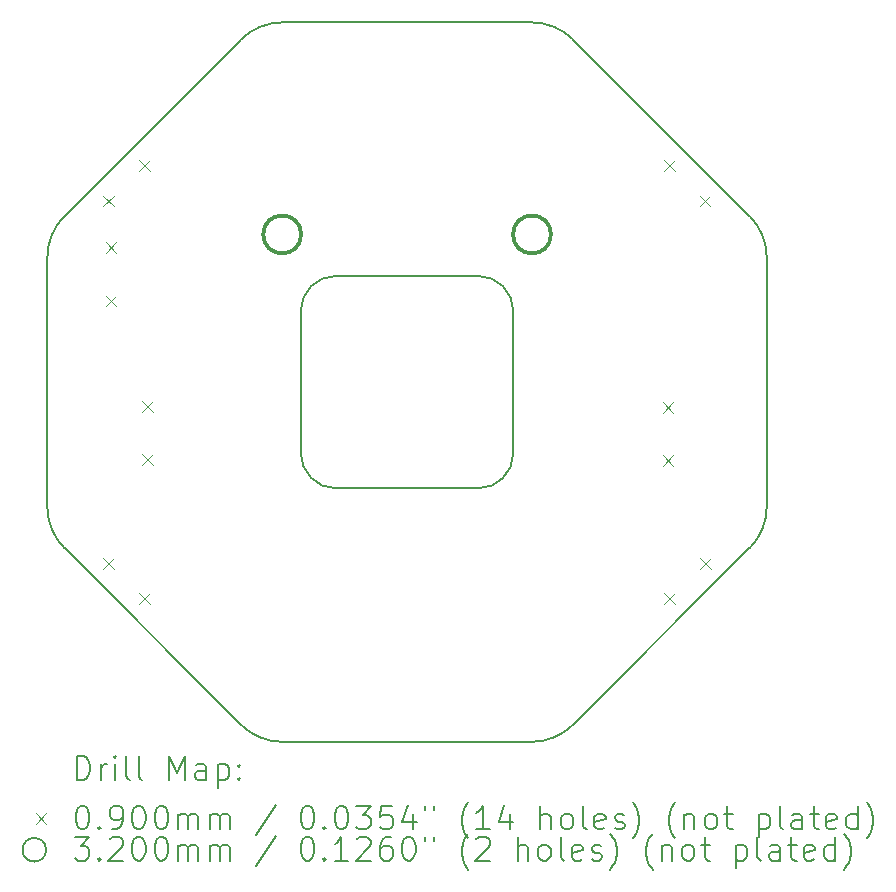
<source format=gbr>
%TF.GenerationSoftware,KiCad,Pcbnew,7.0.10*%
%TF.CreationDate,2024-07-17T21:57:55-05:00*%
%TF.ProjectId,Swarm Robot,53776172-6d20-4526-9f62-6f742e6b6963,rev?*%
%TF.SameCoordinates,Original*%
%TF.FileFunction,Drillmap*%
%TF.FilePolarity,Positive*%
%FSLAX45Y45*%
G04 Gerber Fmt 4.5, Leading zero omitted, Abs format (unit mm)*
G04 Created by KiCad (PCBNEW 7.0.10) date 2024-07-17 21:57:55*
%MOMM*%
%LPD*%
G01*
G04 APERTURE LIST*
%ADD10C,0.200000*%
%ADD11C,0.100000*%
%ADD12C,0.320000*%
G04 APERTURE END LIST*
D10*
X14400000Y-9100000D02*
G75*
G03*
X14100000Y-9400000I0J-300000D01*
G01*
X13592022Y-7100840D02*
X12100840Y-8592022D01*
X18045606Y-11054425D02*
X18045606Y-8945575D01*
X17899158Y-11407976D02*
G75*
G03*
X18045606Y-11054425I-353578J353566D01*
G01*
X16407978Y-12899160D02*
X17899160Y-11407978D01*
X14100000Y-9400000D02*
X14100000Y-10600000D01*
X16054425Y-13045611D02*
G75*
G03*
X16407978Y-12899160I-5J500001D01*
G01*
X13945575Y-6954389D02*
G75*
G03*
X13592022Y-7100840I5J-500001D01*
G01*
X17899160Y-8592022D02*
X16407978Y-7100840D01*
X14400000Y-10900000D02*
X15600000Y-10900000D01*
X16407975Y-7100843D02*
G75*
G03*
X16054425Y-6954394I-353555J-353547D01*
G01*
X15600000Y-9100000D02*
X14400000Y-9100000D01*
X12100843Y-8592025D02*
G75*
G03*
X11954394Y-8945575I353547J-353555D01*
G01*
X11954394Y-8945575D02*
X11954394Y-11054425D01*
X18045611Y-8945575D02*
G75*
G03*
X17899160Y-8592022I-500001J-5D01*
G01*
X16054425Y-6954394D02*
X13945575Y-6954394D01*
X14100000Y-10600000D02*
G75*
G03*
X14400000Y-10900000I300000J0D01*
G01*
X12100840Y-11407978D02*
X13592022Y-12899160D01*
X15600000Y-10900000D02*
G75*
G03*
X15900000Y-10600000I0J300000D01*
G01*
X15900000Y-9400000D02*
G75*
G03*
X15600000Y-9100000I-300000J0D01*
G01*
X15900000Y-10600000D02*
X15900000Y-9400000D01*
X11954389Y-11054425D02*
G75*
G03*
X12100840Y-11407978I500001J5D01*
G01*
X13592025Y-12899157D02*
G75*
G03*
X13945575Y-13045606I353555J353547D01*
G01*
X13945575Y-13045606D02*
X16054425Y-13045606D01*
D11*
X12429979Y-8421599D02*
X12519979Y-8511599D01*
X12519979Y-8421599D02*
X12429979Y-8511599D01*
X12429979Y-11488731D02*
X12519979Y-11578731D01*
X12519979Y-11488731D02*
X12429979Y-11578731D01*
X12448000Y-8818000D02*
X12538000Y-8908000D01*
X12538000Y-8818000D02*
X12448000Y-8908000D01*
X12448000Y-9268000D02*
X12538000Y-9358000D01*
X12538000Y-9268000D02*
X12448000Y-9358000D01*
X12730499Y-8121079D02*
X12820499Y-8211079D01*
X12820499Y-8121079D02*
X12730499Y-8211079D01*
X12730499Y-11789251D02*
X12820499Y-11879251D01*
X12820499Y-11789251D02*
X12730499Y-11879251D01*
X12755000Y-10160000D02*
X12845000Y-10250000D01*
X12845000Y-10160000D02*
X12755000Y-10250000D01*
X12755000Y-10610000D02*
X12845000Y-10700000D01*
X12845000Y-10610000D02*
X12755000Y-10700000D01*
X17165000Y-10170000D02*
X17255000Y-10260000D01*
X17255000Y-10170000D02*
X17165000Y-10260000D01*
X17165000Y-10620000D02*
X17255000Y-10710000D01*
X17255000Y-10620000D02*
X17165000Y-10710000D01*
X17178740Y-8121040D02*
X17268740Y-8211040D01*
X17268740Y-8121040D02*
X17178740Y-8211040D01*
X17179501Y-11788921D02*
X17269501Y-11878921D01*
X17269501Y-11788921D02*
X17179501Y-11878921D01*
X17479260Y-8421560D02*
X17569260Y-8511560D01*
X17569260Y-8421560D02*
X17479260Y-8511560D01*
X17480021Y-11488401D02*
X17570021Y-11578401D01*
X17570021Y-11488401D02*
X17480021Y-11578401D01*
D12*
X14103000Y-8750000D02*
G75*
G03*
X13783000Y-8750000I-160000J0D01*
G01*
X13783000Y-8750000D02*
G75*
G03*
X14103000Y-8750000I160000J0D01*
G01*
X16218000Y-8750000D02*
G75*
G03*
X15898000Y-8750000I-160000J0D01*
G01*
X15898000Y-8750000D02*
G75*
G03*
X16218000Y-8750000I160000J0D01*
G01*
D10*
X12205170Y-13367090D02*
X12205170Y-13167090D01*
X12205170Y-13167090D02*
X12252789Y-13167090D01*
X12252789Y-13167090D02*
X12281361Y-13176614D01*
X12281361Y-13176614D02*
X12300408Y-13195662D01*
X12300408Y-13195662D02*
X12309932Y-13214709D01*
X12309932Y-13214709D02*
X12319456Y-13252804D01*
X12319456Y-13252804D02*
X12319456Y-13281376D01*
X12319456Y-13281376D02*
X12309932Y-13319471D01*
X12309932Y-13319471D02*
X12300408Y-13338519D01*
X12300408Y-13338519D02*
X12281361Y-13357566D01*
X12281361Y-13357566D02*
X12252789Y-13367090D01*
X12252789Y-13367090D02*
X12205170Y-13367090D01*
X12405170Y-13367090D02*
X12405170Y-13233757D01*
X12405170Y-13271852D02*
X12414694Y-13252804D01*
X12414694Y-13252804D02*
X12424218Y-13243281D01*
X12424218Y-13243281D02*
X12443266Y-13233757D01*
X12443266Y-13233757D02*
X12462313Y-13233757D01*
X12528980Y-13367090D02*
X12528980Y-13233757D01*
X12528980Y-13167090D02*
X12519456Y-13176614D01*
X12519456Y-13176614D02*
X12528980Y-13186138D01*
X12528980Y-13186138D02*
X12538504Y-13176614D01*
X12538504Y-13176614D02*
X12528980Y-13167090D01*
X12528980Y-13167090D02*
X12528980Y-13186138D01*
X12652789Y-13367090D02*
X12633742Y-13357566D01*
X12633742Y-13357566D02*
X12624218Y-13338519D01*
X12624218Y-13338519D02*
X12624218Y-13167090D01*
X12757551Y-13367090D02*
X12738504Y-13357566D01*
X12738504Y-13357566D02*
X12728980Y-13338519D01*
X12728980Y-13338519D02*
X12728980Y-13167090D01*
X12986123Y-13367090D02*
X12986123Y-13167090D01*
X12986123Y-13167090D02*
X13052789Y-13309947D01*
X13052789Y-13309947D02*
X13119456Y-13167090D01*
X13119456Y-13167090D02*
X13119456Y-13367090D01*
X13300408Y-13367090D02*
X13300408Y-13262328D01*
X13300408Y-13262328D02*
X13290885Y-13243281D01*
X13290885Y-13243281D02*
X13271837Y-13233757D01*
X13271837Y-13233757D02*
X13233742Y-13233757D01*
X13233742Y-13233757D02*
X13214694Y-13243281D01*
X13300408Y-13357566D02*
X13281361Y-13367090D01*
X13281361Y-13367090D02*
X13233742Y-13367090D01*
X13233742Y-13367090D02*
X13214694Y-13357566D01*
X13214694Y-13357566D02*
X13205170Y-13338519D01*
X13205170Y-13338519D02*
X13205170Y-13319471D01*
X13205170Y-13319471D02*
X13214694Y-13300423D01*
X13214694Y-13300423D02*
X13233742Y-13290900D01*
X13233742Y-13290900D02*
X13281361Y-13290900D01*
X13281361Y-13290900D02*
X13300408Y-13281376D01*
X13395647Y-13233757D02*
X13395647Y-13433757D01*
X13395647Y-13243281D02*
X13414694Y-13233757D01*
X13414694Y-13233757D02*
X13452789Y-13233757D01*
X13452789Y-13233757D02*
X13471837Y-13243281D01*
X13471837Y-13243281D02*
X13481361Y-13252804D01*
X13481361Y-13252804D02*
X13490885Y-13271852D01*
X13490885Y-13271852D02*
X13490885Y-13328995D01*
X13490885Y-13328995D02*
X13481361Y-13348042D01*
X13481361Y-13348042D02*
X13471837Y-13357566D01*
X13471837Y-13357566D02*
X13452789Y-13367090D01*
X13452789Y-13367090D02*
X13414694Y-13367090D01*
X13414694Y-13367090D02*
X13395647Y-13357566D01*
X13576599Y-13348042D02*
X13586123Y-13357566D01*
X13586123Y-13357566D02*
X13576599Y-13367090D01*
X13576599Y-13367090D02*
X13567075Y-13357566D01*
X13567075Y-13357566D02*
X13576599Y-13348042D01*
X13576599Y-13348042D02*
X13576599Y-13367090D01*
X13576599Y-13243281D02*
X13586123Y-13252804D01*
X13586123Y-13252804D02*
X13576599Y-13262328D01*
X13576599Y-13262328D02*
X13567075Y-13252804D01*
X13567075Y-13252804D02*
X13576599Y-13243281D01*
X13576599Y-13243281D02*
X13576599Y-13262328D01*
D11*
X11854394Y-13650606D02*
X11944394Y-13740606D01*
X11944394Y-13650606D02*
X11854394Y-13740606D01*
D10*
X12243266Y-13587090D02*
X12262313Y-13587090D01*
X12262313Y-13587090D02*
X12281361Y-13596614D01*
X12281361Y-13596614D02*
X12290885Y-13606138D01*
X12290885Y-13606138D02*
X12300408Y-13625185D01*
X12300408Y-13625185D02*
X12309932Y-13663281D01*
X12309932Y-13663281D02*
X12309932Y-13710900D01*
X12309932Y-13710900D02*
X12300408Y-13748995D01*
X12300408Y-13748995D02*
X12290885Y-13768042D01*
X12290885Y-13768042D02*
X12281361Y-13777566D01*
X12281361Y-13777566D02*
X12262313Y-13787090D01*
X12262313Y-13787090D02*
X12243266Y-13787090D01*
X12243266Y-13787090D02*
X12224218Y-13777566D01*
X12224218Y-13777566D02*
X12214694Y-13768042D01*
X12214694Y-13768042D02*
X12205170Y-13748995D01*
X12205170Y-13748995D02*
X12195647Y-13710900D01*
X12195647Y-13710900D02*
X12195647Y-13663281D01*
X12195647Y-13663281D02*
X12205170Y-13625185D01*
X12205170Y-13625185D02*
X12214694Y-13606138D01*
X12214694Y-13606138D02*
X12224218Y-13596614D01*
X12224218Y-13596614D02*
X12243266Y-13587090D01*
X12395647Y-13768042D02*
X12405170Y-13777566D01*
X12405170Y-13777566D02*
X12395647Y-13787090D01*
X12395647Y-13787090D02*
X12386123Y-13777566D01*
X12386123Y-13777566D02*
X12395647Y-13768042D01*
X12395647Y-13768042D02*
X12395647Y-13787090D01*
X12500408Y-13787090D02*
X12538504Y-13787090D01*
X12538504Y-13787090D02*
X12557551Y-13777566D01*
X12557551Y-13777566D02*
X12567075Y-13768042D01*
X12567075Y-13768042D02*
X12586123Y-13739471D01*
X12586123Y-13739471D02*
X12595647Y-13701376D01*
X12595647Y-13701376D02*
X12595647Y-13625185D01*
X12595647Y-13625185D02*
X12586123Y-13606138D01*
X12586123Y-13606138D02*
X12576599Y-13596614D01*
X12576599Y-13596614D02*
X12557551Y-13587090D01*
X12557551Y-13587090D02*
X12519456Y-13587090D01*
X12519456Y-13587090D02*
X12500408Y-13596614D01*
X12500408Y-13596614D02*
X12490885Y-13606138D01*
X12490885Y-13606138D02*
X12481361Y-13625185D01*
X12481361Y-13625185D02*
X12481361Y-13672804D01*
X12481361Y-13672804D02*
X12490885Y-13691852D01*
X12490885Y-13691852D02*
X12500408Y-13701376D01*
X12500408Y-13701376D02*
X12519456Y-13710900D01*
X12519456Y-13710900D02*
X12557551Y-13710900D01*
X12557551Y-13710900D02*
X12576599Y-13701376D01*
X12576599Y-13701376D02*
X12586123Y-13691852D01*
X12586123Y-13691852D02*
X12595647Y-13672804D01*
X12719456Y-13587090D02*
X12738504Y-13587090D01*
X12738504Y-13587090D02*
X12757551Y-13596614D01*
X12757551Y-13596614D02*
X12767075Y-13606138D01*
X12767075Y-13606138D02*
X12776599Y-13625185D01*
X12776599Y-13625185D02*
X12786123Y-13663281D01*
X12786123Y-13663281D02*
X12786123Y-13710900D01*
X12786123Y-13710900D02*
X12776599Y-13748995D01*
X12776599Y-13748995D02*
X12767075Y-13768042D01*
X12767075Y-13768042D02*
X12757551Y-13777566D01*
X12757551Y-13777566D02*
X12738504Y-13787090D01*
X12738504Y-13787090D02*
X12719456Y-13787090D01*
X12719456Y-13787090D02*
X12700408Y-13777566D01*
X12700408Y-13777566D02*
X12690885Y-13768042D01*
X12690885Y-13768042D02*
X12681361Y-13748995D01*
X12681361Y-13748995D02*
X12671837Y-13710900D01*
X12671837Y-13710900D02*
X12671837Y-13663281D01*
X12671837Y-13663281D02*
X12681361Y-13625185D01*
X12681361Y-13625185D02*
X12690885Y-13606138D01*
X12690885Y-13606138D02*
X12700408Y-13596614D01*
X12700408Y-13596614D02*
X12719456Y-13587090D01*
X12909932Y-13587090D02*
X12928980Y-13587090D01*
X12928980Y-13587090D02*
X12948028Y-13596614D01*
X12948028Y-13596614D02*
X12957551Y-13606138D01*
X12957551Y-13606138D02*
X12967075Y-13625185D01*
X12967075Y-13625185D02*
X12976599Y-13663281D01*
X12976599Y-13663281D02*
X12976599Y-13710900D01*
X12976599Y-13710900D02*
X12967075Y-13748995D01*
X12967075Y-13748995D02*
X12957551Y-13768042D01*
X12957551Y-13768042D02*
X12948028Y-13777566D01*
X12948028Y-13777566D02*
X12928980Y-13787090D01*
X12928980Y-13787090D02*
X12909932Y-13787090D01*
X12909932Y-13787090D02*
X12890885Y-13777566D01*
X12890885Y-13777566D02*
X12881361Y-13768042D01*
X12881361Y-13768042D02*
X12871837Y-13748995D01*
X12871837Y-13748995D02*
X12862313Y-13710900D01*
X12862313Y-13710900D02*
X12862313Y-13663281D01*
X12862313Y-13663281D02*
X12871837Y-13625185D01*
X12871837Y-13625185D02*
X12881361Y-13606138D01*
X12881361Y-13606138D02*
X12890885Y-13596614D01*
X12890885Y-13596614D02*
X12909932Y-13587090D01*
X13062313Y-13787090D02*
X13062313Y-13653757D01*
X13062313Y-13672804D02*
X13071837Y-13663281D01*
X13071837Y-13663281D02*
X13090885Y-13653757D01*
X13090885Y-13653757D02*
X13119456Y-13653757D01*
X13119456Y-13653757D02*
X13138504Y-13663281D01*
X13138504Y-13663281D02*
X13148028Y-13682328D01*
X13148028Y-13682328D02*
X13148028Y-13787090D01*
X13148028Y-13682328D02*
X13157551Y-13663281D01*
X13157551Y-13663281D02*
X13176599Y-13653757D01*
X13176599Y-13653757D02*
X13205170Y-13653757D01*
X13205170Y-13653757D02*
X13224218Y-13663281D01*
X13224218Y-13663281D02*
X13233742Y-13682328D01*
X13233742Y-13682328D02*
X13233742Y-13787090D01*
X13328980Y-13787090D02*
X13328980Y-13653757D01*
X13328980Y-13672804D02*
X13338504Y-13663281D01*
X13338504Y-13663281D02*
X13357551Y-13653757D01*
X13357551Y-13653757D02*
X13386123Y-13653757D01*
X13386123Y-13653757D02*
X13405170Y-13663281D01*
X13405170Y-13663281D02*
X13414694Y-13682328D01*
X13414694Y-13682328D02*
X13414694Y-13787090D01*
X13414694Y-13682328D02*
X13424218Y-13663281D01*
X13424218Y-13663281D02*
X13443266Y-13653757D01*
X13443266Y-13653757D02*
X13471837Y-13653757D01*
X13471837Y-13653757D02*
X13490885Y-13663281D01*
X13490885Y-13663281D02*
X13500409Y-13682328D01*
X13500409Y-13682328D02*
X13500409Y-13787090D01*
X13890885Y-13577566D02*
X13719456Y-13834709D01*
X14148028Y-13587090D02*
X14167075Y-13587090D01*
X14167075Y-13587090D02*
X14186123Y-13596614D01*
X14186123Y-13596614D02*
X14195647Y-13606138D01*
X14195647Y-13606138D02*
X14205171Y-13625185D01*
X14205171Y-13625185D02*
X14214694Y-13663281D01*
X14214694Y-13663281D02*
X14214694Y-13710900D01*
X14214694Y-13710900D02*
X14205171Y-13748995D01*
X14205171Y-13748995D02*
X14195647Y-13768042D01*
X14195647Y-13768042D02*
X14186123Y-13777566D01*
X14186123Y-13777566D02*
X14167075Y-13787090D01*
X14167075Y-13787090D02*
X14148028Y-13787090D01*
X14148028Y-13787090D02*
X14128980Y-13777566D01*
X14128980Y-13777566D02*
X14119456Y-13768042D01*
X14119456Y-13768042D02*
X14109932Y-13748995D01*
X14109932Y-13748995D02*
X14100409Y-13710900D01*
X14100409Y-13710900D02*
X14100409Y-13663281D01*
X14100409Y-13663281D02*
X14109932Y-13625185D01*
X14109932Y-13625185D02*
X14119456Y-13606138D01*
X14119456Y-13606138D02*
X14128980Y-13596614D01*
X14128980Y-13596614D02*
X14148028Y-13587090D01*
X14300409Y-13768042D02*
X14309932Y-13777566D01*
X14309932Y-13777566D02*
X14300409Y-13787090D01*
X14300409Y-13787090D02*
X14290885Y-13777566D01*
X14290885Y-13777566D02*
X14300409Y-13768042D01*
X14300409Y-13768042D02*
X14300409Y-13787090D01*
X14433742Y-13587090D02*
X14452790Y-13587090D01*
X14452790Y-13587090D02*
X14471837Y-13596614D01*
X14471837Y-13596614D02*
X14481361Y-13606138D01*
X14481361Y-13606138D02*
X14490885Y-13625185D01*
X14490885Y-13625185D02*
X14500409Y-13663281D01*
X14500409Y-13663281D02*
X14500409Y-13710900D01*
X14500409Y-13710900D02*
X14490885Y-13748995D01*
X14490885Y-13748995D02*
X14481361Y-13768042D01*
X14481361Y-13768042D02*
X14471837Y-13777566D01*
X14471837Y-13777566D02*
X14452790Y-13787090D01*
X14452790Y-13787090D02*
X14433742Y-13787090D01*
X14433742Y-13787090D02*
X14414694Y-13777566D01*
X14414694Y-13777566D02*
X14405171Y-13768042D01*
X14405171Y-13768042D02*
X14395647Y-13748995D01*
X14395647Y-13748995D02*
X14386123Y-13710900D01*
X14386123Y-13710900D02*
X14386123Y-13663281D01*
X14386123Y-13663281D02*
X14395647Y-13625185D01*
X14395647Y-13625185D02*
X14405171Y-13606138D01*
X14405171Y-13606138D02*
X14414694Y-13596614D01*
X14414694Y-13596614D02*
X14433742Y-13587090D01*
X14567075Y-13587090D02*
X14690885Y-13587090D01*
X14690885Y-13587090D02*
X14624218Y-13663281D01*
X14624218Y-13663281D02*
X14652790Y-13663281D01*
X14652790Y-13663281D02*
X14671837Y-13672804D01*
X14671837Y-13672804D02*
X14681361Y-13682328D01*
X14681361Y-13682328D02*
X14690885Y-13701376D01*
X14690885Y-13701376D02*
X14690885Y-13748995D01*
X14690885Y-13748995D02*
X14681361Y-13768042D01*
X14681361Y-13768042D02*
X14671837Y-13777566D01*
X14671837Y-13777566D02*
X14652790Y-13787090D01*
X14652790Y-13787090D02*
X14595647Y-13787090D01*
X14595647Y-13787090D02*
X14576599Y-13777566D01*
X14576599Y-13777566D02*
X14567075Y-13768042D01*
X14871837Y-13587090D02*
X14776599Y-13587090D01*
X14776599Y-13587090D02*
X14767075Y-13682328D01*
X14767075Y-13682328D02*
X14776599Y-13672804D01*
X14776599Y-13672804D02*
X14795647Y-13663281D01*
X14795647Y-13663281D02*
X14843266Y-13663281D01*
X14843266Y-13663281D02*
X14862313Y-13672804D01*
X14862313Y-13672804D02*
X14871837Y-13682328D01*
X14871837Y-13682328D02*
X14881361Y-13701376D01*
X14881361Y-13701376D02*
X14881361Y-13748995D01*
X14881361Y-13748995D02*
X14871837Y-13768042D01*
X14871837Y-13768042D02*
X14862313Y-13777566D01*
X14862313Y-13777566D02*
X14843266Y-13787090D01*
X14843266Y-13787090D02*
X14795647Y-13787090D01*
X14795647Y-13787090D02*
X14776599Y-13777566D01*
X14776599Y-13777566D02*
X14767075Y-13768042D01*
X15052790Y-13653757D02*
X15052790Y-13787090D01*
X15005171Y-13577566D02*
X14957552Y-13720423D01*
X14957552Y-13720423D02*
X15081361Y-13720423D01*
X15148028Y-13587090D02*
X15148028Y-13625185D01*
X15224218Y-13587090D02*
X15224218Y-13625185D01*
X15519456Y-13863281D02*
X15509933Y-13853757D01*
X15509933Y-13853757D02*
X15490885Y-13825185D01*
X15490885Y-13825185D02*
X15481361Y-13806138D01*
X15481361Y-13806138D02*
X15471837Y-13777566D01*
X15471837Y-13777566D02*
X15462314Y-13729947D01*
X15462314Y-13729947D02*
X15462314Y-13691852D01*
X15462314Y-13691852D02*
X15471837Y-13644233D01*
X15471837Y-13644233D02*
X15481361Y-13615662D01*
X15481361Y-13615662D02*
X15490885Y-13596614D01*
X15490885Y-13596614D02*
X15509933Y-13568042D01*
X15509933Y-13568042D02*
X15519456Y-13558519D01*
X15700409Y-13787090D02*
X15586123Y-13787090D01*
X15643266Y-13787090D02*
X15643266Y-13587090D01*
X15643266Y-13587090D02*
X15624218Y-13615662D01*
X15624218Y-13615662D02*
X15605171Y-13634709D01*
X15605171Y-13634709D02*
X15586123Y-13644233D01*
X15871837Y-13653757D02*
X15871837Y-13787090D01*
X15824218Y-13577566D02*
X15776599Y-13720423D01*
X15776599Y-13720423D02*
X15900409Y-13720423D01*
X16128980Y-13787090D02*
X16128980Y-13587090D01*
X16214695Y-13787090D02*
X16214695Y-13682328D01*
X16214695Y-13682328D02*
X16205171Y-13663281D01*
X16205171Y-13663281D02*
X16186123Y-13653757D01*
X16186123Y-13653757D02*
X16157552Y-13653757D01*
X16157552Y-13653757D02*
X16138504Y-13663281D01*
X16138504Y-13663281D02*
X16128980Y-13672804D01*
X16338504Y-13787090D02*
X16319456Y-13777566D01*
X16319456Y-13777566D02*
X16309933Y-13768042D01*
X16309933Y-13768042D02*
X16300409Y-13748995D01*
X16300409Y-13748995D02*
X16300409Y-13691852D01*
X16300409Y-13691852D02*
X16309933Y-13672804D01*
X16309933Y-13672804D02*
X16319456Y-13663281D01*
X16319456Y-13663281D02*
X16338504Y-13653757D01*
X16338504Y-13653757D02*
X16367076Y-13653757D01*
X16367076Y-13653757D02*
X16386123Y-13663281D01*
X16386123Y-13663281D02*
X16395647Y-13672804D01*
X16395647Y-13672804D02*
X16405171Y-13691852D01*
X16405171Y-13691852D02*
X16405171Y-13748995D01*
X16405171Y-13748995D02*
X16395647Y-13768042D01*
X16395647Y-13768042D02*
X16386123Y-13777566D01*
X16386123Y-13777566D02*
X16367076Y-13787090D01*
X16367076Y-13787090D02*
X16338504Y-13787090D01*
X16519456Y-13787090D02*
X16500409Y-13777566D01*
X16500409Y-13777566D02*
X16490885Y-13758519D01*
X16490885Y-13758519D02*
X16490885Y-13587090D01*
X16671837Y-13777566D02*
X16652790Y-13787090D01*
X16652790Y-13787090D02*
X16614695Y-13787090D01*
X16614695Y-13787090D02*
X16595647Y-13777566D01*
X16595647Y-13777566D02*
X16586123Y-13758519D01*
X16586123Y-13758519D02*
X16586123Y-13682328D01*
X16586123Y-13682328D02*
X16595647Y-13663281D01*
X16595647Y-13663281D02*
X16614695Y-13653757D01*
X16614695Y-13653757D02*
X16652790Y-13653757D01*
X16652790Y-13653757D02*
X16671837Y-13663281D01*
X16671837Y-13663281D02*
X16681361Y-13682328D01*
X16681361Y-13682328D02*
X16681361Y-13701376D01*
X16681361Y-13701376D02*
X16586123Y-13720423D01*
X16757552Y-13777566D02*
X16776599Y-13787090D01*
X16776599Y-13787090D02*
X16814695Y-13787090D01*
X16814695Y-13787090D02*
X16833742Y-13777566D01*
X16833742Y-13777566D02*
X16843266Y-13758519D01*
X16843266Y-13758519D02*
X16843266Y-13748995D01*
X16843266Y-13748995D02*
X16833742Y-13729947D01*
X16833742Y-13729947D02*
X16814695Y-13720423D01*
X16814695Y-13720423D02*
X16786123Y-13720423D01*
X16786123Y-13720423D02*
X16767076Y-13710900D01*
X16767076Y-13710900D02*
X16757552Y-13691852D01*
X16757552Y-13691852D02*
X16757552Y-13682328D01*
X16757552Y-13682328D02*
X16767076Y-13663281D01*
X16767076Y-13663281D02*
X16786123Y-13653757D01*
X16786123Y-13653757D02*
X16814695Y-13653757D01*
X16814695Y-13653757D02*
X16833742Y-13663281D01*
X16909933Y-13863281D02*
X16919457Y-13853757D01*
X16919457Y-13853757D02*
X16938504Y-13825185D01*
X16938504Y-13825185D02*
X16948028Y-13806138D01*
X16948028Y-13806138D02*
X16957552Y-13777566D01*
X16957552Y-13777566D02*
X16967076Y-13729947D01*
X16967076Y-13729947D02*
X16967076Y-13691852D01*
X16967076Y-13691852D02*
X16957552Y-13644233D01*
X16957552Y-13644233D02*
X16948028Y-13615662D01*
X16948028Y-13615662D02*
X16938504Y-13596614D01*
X16938504Y-13596614D02*
X16919457Y-13568042D01*
X16919457Y-13568042D02*
X16909933Y-13558519D01*
X17271838Y-13863281D02*
X17262314Y-13853757D01*
X17262314Y-13853757D02*
X17243266Y-13825185D01*
X17243266Y-13825185D02*
X17233742Y-13806138D01*
X17233742Y-13806138D02*
X17224219Y-13777566D01*
X17224219Y-13777566D02*
X17214695Y-13729947D01*
X17214695Y-13729947D02*
X17214695Y-13691852D01*
X17214695Y-13691852D02*
X17224219Y-13644233D01*
X17224219Y-13644233D02*
X17233742Y-13615662D01*
X17233742Y-13615662D02*
X17243266Y-13596614D01*
X17243266Y-13596614D02*
X17262314Y-13568042D01*
X17262314Y-13568042D02*
X17271838Y-13558519D01*
X17348028Y-13653757D02*
X17348028Y-13787090D01*
X17348028Y-13672804D02*
X17357552Y-13663281D01*
X17357552Y-13663281D02*
X17376599Y-13653757D01*
X17376599Y-13653757D02*
X17405171Y-13653757D01*
X17405171Y-13653757D02*
X17424219Y-13663281D01*
X17424219Y-13663281D02*
X17433742Y-13682328D01*
X17433742Y-13682328D02*
X17433742Y-13787090D01*
X17557552Y-13787090D02*
X17538504Y-13777566D01*
X17538504Y-13777566D02*
X17528980Y-13768042D01*
X17528980Y-13768042D02*
X17519457Y-13748995D01*
X17519457Y-13748995D02*
X17519457Y-13691852D01*
X17519457Y-13691852D02*
X17528980Y-13672804D01*
X17528980Y-13672804D02*
X17538504Y-13663281D01*
X17538504Y-13663281D02*
X17557552Y-13653757D01*
X17557552Y-13653757D02*
X17586123Y-13653757D01*
X17586123Y-13653757D02*
X17605171Y-13663281D01*
X17605171Y-13663281D02*
X17614695Y-13672804D01*
X17614695Y-13672804D02*
X17624219Y-13691852D01*
X17624219Y-13691852D02*
X17624219Y-13748995D01*
X17624219Y-13748995D02*
X17614695Y-13768042D01*
X17614695Y-13768042D02*
X17605171Y-13777566D01*
X17605171Y-13777566D02*
X17586123Y-13787090D01*
X17586123Y-13787090D02*
X17557552Y-13787090D01*
X17681361Y-13653757D02*
X17757552Y-13653757D01*
X17709933Y-13587090D02*
X17709933Y-13758519D01*
X17709933Y-13758519D02*
X17719457Y-13777566D01*
X17719457Y-13777566D02*
X17738504Y-13787090D01*
X17738504Y-13787090D02*
X17757552Y-13787090D01*
X17976600Y-13653757D02*
X17976600Y-13853757D01*
X17976600Y-13663281D02*
X17995647Y-13653757D01*
X17995647Y-13653757D02*
X18033742Y-13653757D01*
X18033742Y-13653757D02*
X18052790Y-13663281D01*
X18052790Y-13663281D02*
X18062314Y-13672804D01*
X18062314Y-13672804D02*
X18071838Y-13691852D01*
X18071838Y-13691852D02*
X18071838Y-13748995D01*
X18071838Y-13748995D02*
X18062314Y-13768042D01*
X18062314Y-13768042D02*
X18052790Y-13777566D01*
X18052790Y-13777566D02*
X18033742Y-13787090D01*
X18033742Y-13787090D02*
X17995647Y-13787090D01*
X17995647Y-13787090D02*
X17976600Y-13777566D01*
X18186123Y-13787090D02*
X18167076Y-13777566D01*
X18167076Y-13777566D02*
X18157552Y-13758519D01*
X18157552Y-13758519D02*
X18157552Y-13587090D01*
X18348028Y-13787090D02*
X18348028Y-13682328D01*
X18348028Y-13682328D02*
X18338504Y-13663281D01*
X18338504Y-13663281D02*
X18319457Y-13653757D01*
X18319457Y-13653757D02*
X18281361Y-13653757D01*
X18281361Y-13653757D02*
X18262314Y-13663281D01*
X18348028Y-13777566D02*
X18328981Y-13787090D01*
X18328981Y-13787090D02*
X18281361Y-13787090D01*
X18281361Y-13787090D02*
X18262314Y-13777566D01*
X18262314Y-13777566D02*
X18252790Y-13758519D01*
X18252790Y-13758519D02*
X18252790Y-13739471D01*
X18252790Y-13739471D02*
X18262314Y-13720423D01*
X18262314Y-13720423D02*
X18281361Y-13710900D01*
X18281361Y-13710900D02*
X18328981Y-13710900D01*
X18328981Y-13710900D02*
X18348028Y-13701376D01*
X18414695Y-13653757D02*
X18490885Y-13653757D01*
X18443266Y-13587090D02*
X18443266Y-13758519D01*
X18443266Y-13758519D02*
X18452790Y-13777566D01*
X18452790Y-13777566D02*
X18471838Y-13787090D01*
X18471838Y-13787090D02*
X18490885Y-13787090D01*
X18633742Y-13777566D02*
X18614695Y-13787090D01*
X18614695Y-13787090D02*
X18576600Y-13787090D01*
X18576600Y-13787090D02*
X18557552Y-13777566D01*
X18557552Y-13777566D02*
X18548028Y-13758519D01*
X18548028Y-13758519D02*
X18548028Y-13682328D01*
X18548028Y-13682328D02*
X18557552Y-13663281D01*
X18557552Y-13663281D02*
X18576600Y-13653757D01*
X18576600Y-13653757D02*
X18614695Y-13653757D01*
X18614695Y-13653757D02*
X18633742Y-13663281D01*
X18633742Y-13663281D02*
X18643266Y-13682328D01*
X18643266Y-13682328D02*
X18643266Y-13701376D01*
X18643266Y-13701376D02*
X18548028Y-13720423D01*
X18814695Y-13787090D02*
X18814695Y-13587090D01*
X18814695Y-13777566D02*
X18795647Y-13787090D01*
X18795647Y-13787090D02*
X18757552Y-13787090D01*
X18757552Y-13787090D02*
X18738504Y-13777566D01*
X18738504Y-13777566D02*
X18728981Y-13768042D01*
X18728981Y-13768042D02*
X18719457Y-13748995D01*
X18719457Y-13748995D02*
X18719457Y-13691852D01*
X18719457Y-13691852D02*
X18728981Y-13672804D01*
X18728981Y-13672804D02*
X18738504Y-13663281D01*
X18738504Y-13663281D02*
X18757552Y-13653757D01*
X18757552Y-13653757D02*
X18795647Y-13653757D01*
X18795647Y-13653757D02*
X18814695Y-13663281D01*
X18890885Y-13863281D02*
X18900409Y-13853757D01*
X18900409Y-13853757D02*
X18919457Y-13825185D01*
X18919457Y-13825185D02*
X18928981Y-13806138D01*
X18928981Y-13806138D02*
X18938504Y-13777566D01*
X18938504Y-13777566D02*
X18948028Y-13729947D01*
X18948028Y-13729947D02*
X18948028Y-13691852D01*
X18948028Y-13691852D02*
X18938504Y-13644233D01*
X18938504Y-13644233D02*
X18928981Y-13615662D01*
X18928981Y-13615662D02*
X18919457Y-13596614D01*
X18919457Y-13596614D02*
X18900409Y-13568042D01*
X18900409Y-13568042D02*
X18890885Y-13558519D01*
X11944394Y-13959606D02*
G75*
G03*
X11744394Y-13959606I-100000J0D01*
G01*
X11744394Y-13959606D02*
G75*
G03*
X11944394Y-13959606I100000J0D01*
G01*
X12186123Y-13851090D02*
X12309932Y-13851090D01*
X12309932Y-13851090D02*
X12243266Y-13927281D01*
X12243266Y-13927281D02*
X12271837Y-13927281D01*
X12271837Y-13927281D02*
X12290885Y-13936804D01*
X12290885Y-13936804D02*
X12300408Y-13946328D01*
X12300408Y-13946328D02*
X12309932Y-13965376D01*
X12309932Y-13965376D02*
X12309932Y-14012995D01*
X12309932Y-14012995D02*
X12300408Y-14032042D01*
X12300408Y-14032042D02*
X12290885Y-14041566D01*
X12290885Y-14041566D02*
X12271837Y-14051090D01*
X12271837Y-14051090D02*
X12214694Y-14051090D01*
X12214694Y-14051090D02*
X12195647Y-14041566D01*
X12195647Y-14041566D02*
X12186123Y-14032042D01*
X12395647Y-14032042D02*
X12405170Y-14041566D01*
X12405170Y-14041566D02*
X12395647Y-14051090D01*
X12395647Y-14051090D02*
X12386123Y-14041566D01*
X12386123Y-14041566D02*
X12395647Y-14032042D01*
X12395647Y-14032042D02*
X12395647Y-14051090D01*
X12481361Y-13870138D02*
X12490885Y-13860614D01*
X12490885Y-13860614D02*
X12509932Y-13851090D01*
X12509932Y-13851090D02*
X12557551Y-13851090D01*
X12557551Y-13851090D02*
X12576599Y-13860614D01*
X12576599Y-13860614D02*
X12586123Y-13870138D01*
X12586123Y-13870138D02*
X12595647Y-13889185D01*
X12595647Y-13889185D02*
X12595647Y-13908233D01*
X12595647Y-13908233D02*
X12586123Y-13936804D01*
X12586123Y-13936804D02*
X12471837Y-14051090D01*
X12471837Y-14051090D02*
X12595647Y-14051090D01*
X12719456Y-13851090D02*
X12738504Y-13851090D01*
X12738504Y-13851090D02*
X12757551Y-13860614D01*
X12757551Y-13860614D02*
X12767075Y-13870138D01*
X12767075Y-13870138D02*
X12776599Y-13889185D01*
X12776599Y-13889185D02*
X12786123Y-13927281D01*
X12786123Y-13927281D02*
X12786123Y-13974900D01*
X12786123Y-13974900D02*
X12776599Y-14012995D01*
X12776599Y-14012995D02*
X12767075Y-14032042D01*
X12767075Y-14032042D02*
X12757551Y-14041566D01*
X12757551Y-14041566D02*
X12738504Y-14051090D01*
X12738504Y-14051090D02*
X12719456Y-14051090D01*
X12719456Y-14051090D02*
X12700408Y-14041566D01*
X12700408Y-14041566D02*
X12690885Y-14032042D01*
X12690885Y-14032042D02*
X12681361Y-14012995D01*
X12681361Y-14012995D02*
X12671837Y-13974900D01*
X12671837Y-13974900D02*
X12671837Y-13927281D01*
X12671837Y-13927281D02*
X12681361Y-13889185D01*
X12681361Y-13889185D02*
X12690885Y-13870138D01*
X12690885Y-13870138D02*
X12700408Y-13860614D01*
X12700408Y-13860614D02*
X12719456Y-13851090D01*
X12909932Y-13851090D02*
X12928980Y-13851090D01*
X12928980Y-13851090D02*
X12948028Y-13860614D01*
X12948028Y-13860614D02*
X12957551Y-13870138D01*
X12957551Y-13870138D02*
X12967075Y-13889185D01*
X12967075Y-13889185D02*
X12976599Y-13927281D01*
X12976599Y-13927281D02*
X12976599Y-13974900D01*
X12976599Y-13974900D02*
X12967075Y-14012995D01*
X12967075Y-14012995D02*
X12957551Y-14032042D01*
X12957551Y-14032042D02*
X12948028Y-14041566D01*
X12948028Y-14041566D02*
X12928980Y-14051090D01*
X12928980Y-14051090D02*
X12909932Y-14051090D01*
X12909932Y-14051090D02*
X12890885Y-14041566D01*
X12890885Y-14041566D02*
X12881361Y-14032042D01*
X12881361Y-14032042D02*
X12871837Y-14012995D01*
X12871837Y-14012995D02*
X12862313Y-13974900D01*
X12862313Y-13974900D02*
X12862313Y-13927281D01*
X12862313Y-13927281D02*
X12871837Y-13889185D01*
X12871837Y-13889185D02*
X12881361Y-13870138D01*
X12881361Y-13870138D02*
X12890885Y-13860614D01*
X12890885Y-13860614D02*
X12909932Y-13851090D01*
X13062313Y-14051090D02*
X13062313Y-13917757D01*
X13062313Y-13936804D02*
X13071837Y-13927281D01*
X13071837Y-13927281D02*
X13090885Y-13917757D01*
X13090885Y-13917757D02*
X13119456Y-13917757D01*
X13119456Y-13917757D02*
X13138504Y-13927281D01*
X13138504Y-13927281D02*
X13148028Y-13946328D01*
X13148028Y-13946328D02*
X13148028Y-14051090D01*
X13148028Y-13946328D02*
X13157551Y-13927281D01*
X13157551Y-13927281D02*
X13176599Y-13917757D01*
X13176599Y-13917757D02*
X13205170Y-13917757D01*
X13205170Y-13917757D02*
X13224218Y-13927281D01*
X13224218Y-13927281D02*
X13233742Y-13946328D01*
X13233742Y-13946328D02*
X13233742Y-14051090D01*
X13328980Y-14051090D02*
X13328980Y-13917757D01*
X13328980Y-13936804D02*
X13338504Y-13927281D01*
X13338504Y-13927281D02*
X13357551Y-13917757D01*
X13357551Y-13917757D02*
X13386123Y-13917757D01*
X13386123Y-13917757D02*
X13405170Y-13927281D01*
X13405170Y-13927281D02*
X13414694Y-13946328D01*
X13414694Y-13946328D02*
X13414694Y-14051090D01*
X13414694Y-13946328D02*
X13424218Y-13927281D01*
X13424218Y-13927281D02*
X13443266Y-13917757D01*
X13443266Y-13917757D02*
X13471837Y-13917757D01*
X13471837Y-13917757D02*
X13490885Y-13927281D01*
X13490885Y-13927281D02*
X13500409Y-13946328D01*
X13500409Y-13946328D02*
X13500409Y-14051090D01*
X13890885Y-13841566D02*
X13719456Y-14098709D01*
X14148028Y-13851090D02*
X14167075Y-13851090D01*
X14167075Y-13851090D02*
X14186123Y-13860614D01*
X14186123Y-13860614D02*
X14195647Y-13870138D01*
X14195647Y-13870138D02*
X14205171Y-13889185D01*
X14205171Y-13889185D02*
X14214694Y-13927281D01*
X14214694Y-13927281D02*
X14214694Y-13974900D01*
X14214694Y-13974900D02*
X14205171Y-14012995D01*
X14205171Y-14012995D02*
X14195647Y-14032042D01*
X14195647Y-14032042D02*
X14186123Y-14041566D01*
X14186123Y-14041566D02*
X14167075Y-14051090D01*
X14167075Y-14051090D02*
X14148028Y-14051090D01*
X14148028Y-14051090D02*
X14128980Y-14041566D01*
X14128980Y-14041566D02*
X14119456Y-14032042D01*
X14119456Y-14032042D02*
X14109932Y-14012995D01*
X14109932Y-14012995D02*
X14100409Y-13974900D01*
X14100409Y-13974900D02*
X14100409Y-13927281D01*
X14100409Y-13927281D02*
X14109932Y-13889185D01*
X14109932Y-13889185D02*
X14119456Y-13870138D01*
X14119456Y-13870138D02*
X14128980Y-13860614D01*
X14128980Y-13860614D02*
X14148028Y-13851090D01*
X14300409Y-14032042D02*
X14309932Y-14041566D01*
X14309932Y-14041566D02*
X14300409Y-14051090D01*
X14300409Y-14051090D02*
X14290885Y-14041566D01*
X14290885Y-14041566D02*
X14300409Y-14032042D01*
X14300409Y-14032042D02*
X14300409Y-14051090D01*
X14500409Y-14051090D02*
X14386123Y-14051090D01*
X14443266Y-14051090D02*
X14443266Y-13851090D01*
X14443266Y-13851090D02*
X14424218Y-13879662D01*
X14424218Y-13879662D02*
X14405171Y-13898709D01*
X14405171Y-13898709D02*
X14386123Y-13908233D01*
X14576599Y-13870138D02*
X14586123Y-13860614D01*
X14586123Y-13860614D02*
X14605171Y-13851090D01*
X14605171Y-13851090D02*
X14652790Y-13851090D01*
X14652790Y-13851090D02*
X14671837Y-13860614D01*
X14671837Y-13860614D02*
X14681361Y-13870138D01*
X14681361Y-13870138D02*
X14690885Y-13889185D01*
X14690885Y-13889185D02*
X14690885Y-13908233D01*
X14690885Y-13908233D02*
X14681361Y-13936804D01*
X14681361Y-13936804D02*
X14567075Y-14051090D01*
X14567075Y-14051090D02*
X14690885Y-14051090D01*
X14862313Y-13851090D02*
X14824218Y-13851090D01*
X14824218Y-13851090D02*
X14805171Y-13860614D01*
X14805171Y-13860614D02*
X14795647Y-13870138D01*
X14795647Y-13870138D02*
X14776599Y-13898709D01*
X14776599Y-13898709D02*
X14767075Y-13936804D01*
X14767075Y-13936804D02*
X14767075Y-14012995D01*
X14767075Y-14012995D02*
X14776599Y-14032042D01*
X14776599Y-14032042D02*
X14786123Y-14041566D01*
X14786123Y-14041566D02*
X14805171Y-14051090D01*
X14805171Y-14051090D02*
X14843266Y-14051090D01*
X14843266Y-14051090D02*
X14862313Y-14041566D01*
X14862313Y-14041566D02*
X14871837Y-14032042D01*
X14871837Y-14032042D02*
X14881361Y-14012995D01*
X14881361Y-14012995D02*
X14881361Y-13965376D01*
X14881361Y-13965376D02*
X14871837Y-13946328D01*
X14871837Y-13946328D02*
X14862313Y-13936804D01*
X14862313Y-13936804D02*
X14843266Y-13927281D01*
X14843266Y-13927281D02*
X14805171Y-13927281D01*
X14805171Y-13927281D02*
X14786123Y-13936804D01*
X14786123Y-13936804D02*
X14776599Y-13946328D01*
X14776599Y-13946328D02*
X14767075Y-13965376D01*
X15005171Y-13851090D02*
X15024218Y-13851090D01*
X15024218Y-13851090D02*
X15043266Y-13860614D01*
X15043266Y-13860614D02*
X15052790Y-13870138D01*
X15052790Y-13870138D02*
X15062313Y-13889185D01*
X15062313Y-13889185D02*
X15071837Y-13927281D01*
X15071837Y-13927281D02*
X15071837Y-13974900D01*
X15071837Y-13974900D02*
X15062313Y-14012995D01*
X15062313Y-14012995D02*
X15052790Y-14032042D01*
X15052790Y-14032042D02*
X15043266Y-14041566D01*
X15043266Y-14041566D02*
X15024218Y-14051090D01*
X15024218Y-14051090D02*
X15005171Y-14051090D01*
X15005171Y-14051090D02*
X14986123Y-14041566D01*
X14986123Y-14041566D02*
X14976599Y-14032042D01*
X14976599Y-14032042D02*
X14967075Y-14012995D01*
X14967075Y-14012995D02*
X14957552Y-13974900D01*
X14957552Y-13974900D02*
X14957552Y-13927281D01*
X14957552Y-13927281D02*
X14967075Y-13889185D01*
X14967075Y-13889185D02*
X14976599Y-13870138D01*
X14976599Y-13870138D02*
X14986123Y-13860614D01*
X14986123Y-13860614D02*
X15005171Y-13851090D01*
X15148028Y-13851090D02*
X15148028Y-13889185D01*
X15224218Y-13851090D02*
X15224218Y-13889185D01*
X15519456Y-14127281D02*
X15509933Y-14117757D01*
X15509933Y-14117757D02*
X15490885Y-14089185D01*
X15490885Y-14089185D02*
X15481361Y-14070138D01*
X15481361Y-14070138D02*
X15471837Y-14041566D01*
X15471837Y-14041566D02*
X15462314Y-13993947D01*
X15462314Y-13993947D02*
X15462314Y-13955852D01*
X15462314Y-13955852D02*
X15471837Y-13908233D01*
X15471837Y-13908233D02*
X15481361Y-13879662D01*
X15481361Y-13879662D02*
X15490885Y-13860614D01*
X15490885Y-13860614D02*
X15509933Y-13832042D01*
X15509933Y-13832042D02*
X15519456Y-13822519D01*
X15586123Y-13870138D02*
X15595647Y-13860614D01*
X15595647Y-13860614D02*
X15614694Y-13851090D01*
X15614694Y-13851090D02*
X15662314Y-13851090D01*
X15662314Y-13851090D02*
X15681361Y-13860614D01*
X15681361Y-13860614D02*
X15690885Y-13870138D01*
X15690885Y-13870138D02*
X15700409Y-13889185D01*
X15700409Y-13889185D02*
X15700409Y-13908233D01*
X15700409Y-13908233D02*
X15690885Y-13936804D01*
X15690885Y-13936804D02*
X15576599Y-14051090D01*
X15576599Y-14051090D02*
X15700409Y-14051090D01*
X15938504Y-14051090D02*
X15938504Y-13851090D01*
X16024218Y-14051090D02*
X16024218Y-13946328D01*
X16024218Y-13946328D02*
X16014695Y-13927281D01*
X16014695Y-13927281D02*
X15995647Y-13917757D01*
X15995647Y-13917757D02*
X15967075Y-13917757D01*
X15967075Y-13917757D02*
X15948028Y-13927281D01*
X15948028Y-13927281D02*
X15938504Y-13936804D01*
X16148028Y-14051090D02*
X16128980Y-14041566D01*
X16128980Y-14041566D02*
X16119456Y-14032042D01*
X16119456Y-14032042D02*
X16109933Y-14012995D01*
X16109933Y-14012995D02*
X16109933Y-13955852D01*
X16109933Y-13955852D02*
X16119456Y-13936804D01*
X16119456Y-13936804D02*
X16128980Y-13927281D01*
X16128980Y-13927281D02*
X16148028Y-13917757D01*
X16148028Y-13917757D02*
X16176599Y-13917757D01*
X16176599Y-13917757D02*
X16195647Y-13927281D01*
X16195647Y-13927281D02*
X16205171Y-13936804D01*
X16205171Y-13936804D02*
X16214695Y-13955852D01*
X16214695Y-13955852D02*
X16214695Y-14012995D01*
X16214695Y-14012995D02*
X16205171Y-14032042D01*
X16205171Y-14032042D02*
X16195647Y-14041566D01*
X16195647Y-14041566D02*
X16176599Y-14051090D01*
X16176599Y-14051090D02*
X16148028Y-14051090D01*
X16328980Y-14051090D02*
X16309933Y-14041566D01*
X16309933Y-14041566D02*
X16300409Y-14022519D01*
X16300409Y-14022519D02*
X16300409Y-13851090D01*
X16481361Y-14041566D02*
X16462314Y-14051090D01*
X16462314Y-14051090D02*
X16424218Y-14051090D01*
X16424218Y-14051090D02*
X16405171Y-14041566D01*
X16405171Y-14041566D02*
X16395647Y-14022519D01*
X16395647Y-14022519D02*
X16395647Y-13946328D01*
X16395647Y-13946328D02*
X16405171Y-13927281D01*
X16405171Y-13927281D02*
X16424218Y-13917757D01*
X16424218Y-13917757D02*
X16462314Y-13917757D01*
X16462314Y-13917757D02*
X16481361Y-13927281D01*
X16481361Y-13927281D02*
X16490885Y-13946328D01*
X16490885Y-13946328D02*
X16490885Y-13965376D01*
X16490885Y-13965376D02*
X16395647Y-13984423D01*
X16567076Y-14041566D02*
X16586123Y-14051090D01*
X16586123Y-14051090D02*
X16624218Y-14051090D01*
X16624218Y-14051090D02*
X16643266Y-14041566D01*
X16643266Y-14041566D02*
X16652790Y-14022519D01*
X16652790Y-14022519D02*
X16652790Y-14012995D01*
X16652790Y-14012995D02*
X16643266Y-13993947D01*
X16643266Y-13993947D02*
X16624218Y-13984423D01*
X16624218Y-13984423D02*
X16595647Y-13984423D01*
X16595647Y-13984423D02*
X16576599Y-13974900D01*
X16576599Y-13974900D02*
X16567076Y-13955852D01*
X16567076Y-13955852D02*
X16567076Y-13946328D01*
X16567076Y-13946328D02*
X16576599Y-13927281D01*
X16576599Y-13927281D02*
X16595647Y-13917757D01*
X16595647Y-13917757D02*
X16624218Y-13917757D01*
X16624218Y-13917757D02*
X16643266Y-13927281D01*
X16719457Y-14127281D02*
X16728980Y-14117757D01*
X16728980Y-14117757D02*
X16748028Y-14089185D01*
X16748028Y-14089185D02*
X16757552Y-14070138D01*
X16757552Y-14070138D02*
X16767076Y-14041566D01*
X16767076Y-14041566D02*
X16776599Y-13993947D01*
X16776599Y-13993947D02*
X16776599Y-13955852D01*
X16776599Y-13955852D02*
X16767076Y-13908233D01*
X16767076Y-13908233D02*
X16757552Y-13879662D01*
X16757552Y-13879662D02*
X16748028Y-13860614D01*
X16748028Y-13860614D02*
X16728980Y-13832042D01*
X16728980Y-13832042D02*
X16719457Y-13822519D01*
X17081361Y-14127281D02*
X17071838Y-14117757D01*
X17071838Y-14117757D02*
X17052790Y-14089185D01*
X17052790Y-14089185D02*
X17043266Y-14070138D01*
X17043266Y-14070138D02*
X17033742Y-14041566D01*
X17033742Y-14041566D02*
X17024219Y-13993947D01*
X17024219Y-13993947D02*
X17024219Y-13955852D01*
X17024219Y-13955852D02*
X17033742Y-13908233D01*
X17033742Y-13908233D02*
X17043266Y-13879662D01*
X17043266Y-13879662D02*
X17052790Y-13860614D01*
X17052790Y-13860614D02*
X17071838Y-13832042D01*
X17071838Y-13832042D02*
X17081361Y-13822519D01*
X17157552Y-13917757D02*
X17157552Y-14051090D01*
X17157552Y-13936804D02*
X17167076Y-13927281D01*
X17167076Y-13927281D02*
X17186123Y-13917757D01*
X17186123Y-13917757D02*
X17214695Y-13917757D01*
X17214695Y-13917757D02*
X17233742Y-13927281D01*
X17233742Y-13927281D02*
X17243266Y-13946328D01*
X17243266Y-13946328D02*
X17243266Y-14051090D01*
X17367076Y-14051090D02*
X17348028Y-14041566D01*
X17348028Y-14041566D02*
X17338504Y-14032042D01*
X17338504Y-14032042D02*
X17328980Y-14012995D01*
X17328980Y-14012995D02*
X17328980Y-13955852D01*
X17328980Y-13955852D02*
X17338504Y-13936804D01*
X17338504Y-13936804D02*
X17348028Y-13927281D01*
X17348028Y-13927281D02*
X17367076Y-13917757D01*
X17367076Y-13917757D02*
X17395647Y-13917757D01*
X17395647Y-13917757D02*
X17414695Y-13927281D01*
X17414695Y-13927281D02*
X17424219Y-13936804D01*
X17424219Y-13936804D02*
X17433742Y-13955852D01*
X17433742Y-13955852D02*
X17433742Y-14012995D01*
X17433742Y-14012995D02*
X17424219Y-14032042D01*
X17424219Y-14032042D02*
X17414695Y-14041566D01*
X17414695Y-14041566D02*
X17395647Y-14051090D01*
X17395647Y-14051090D02*
X17367076Y-14051090D01*
X17490885Y-13917757D02*
X17567076Y-13917757D01*
X17519457Y-13851090D02*
X17519457Y-14022519D01*
X17519457Y-14022519D02*
X17528980Y-14041566D01*
X17528980Y-14041566D02*
X17548028Y-14051090D01*
X17548028Y-14051090D02*
X17567076Y-14051090D01*
X17786123Y-13917757D02*
X17786123Y-14117757D01*
X17786123Y-13927281D02*
X17805171Y-13917757D01*
X17805171Y-13917757D02*
X17843266Y-13917757D01*
X17843266Y-13917757D02*
X17862314Y-13927281D01*
X17862314Y-13927281D02*
X17871838Y-13936804D01*
X17871838Y-13936804D02*
X17881361Y-13955852D01*
X17881361Y-13955852D02*
X17881361Y-14012995D01*
X17881361Y-14012995D02*
X17871838Y-14032042D01*
X17871838Y-14032042D02*
X17862314Y-14041566D01*
X17862314Y-14041566D02*
X17843266Y-14051090D01*
X17843266Y-14051090D02*
X17805171Y-14051090D01*
X17805171Y-14051090D02*
X17786123Y-14041566D01*
X17995647Y-14051090D02*
X17976600Y-14041566D01*
X17976600Y-14041566D02*
X17967076Y-14022519D01*
X17967076Y-14022519D02*
X17967076Y-13851090D01*
X18157552Y-14051090D02*
X18157552Y-13946328D01*
X18157552Y-13946328D02*
X18148028Y-13927281D01*
X18148028Y-13927281D02*
X18128981Y-13917757D01*
X18128981Y-13917757D02*
X18090885Y-13917757D01*
X18090885Y-13917757D02*
X18071838Y-13927281D01*
X18157552Y-14041566D02*
X18138504Y-14051090D01*
X18138504Y-14051090D02*
X18090885Y-14051090D01*
X18090885Y-14051090D02*
X18071838Y-14041566D01*
X18071838Y-14041566D02*
X18062314Y-14022519D01*
X18062314Y-14022519D02*
X18062314Y-14003471D01*
X18062314Y-14003471D02*
X18071838Y-13984423D01*
X18071838Y-13984423D02*
X18090885Y-13974900D01*
X18090885Y-13974900D02*
X18138504Y-13974900D01*
X18138504Y-13974900D02*
X18157552Y-13965376D01*
X18224219Y-13917757D02*
X18300409Y-13917757D01*
X18252790Y-13851090D02*
X18252790Y-14022519D01*
X18252790Y-14022519D02*
X18262314Y-14041566D01*
X18262314Y-14041566D02*
X18281361Y-14051090D01*
X18281361Y-14051090D02*
X18300409Y-14051090D01*
X18443266Y-14041566D02*
X18424219Y-14051090D01*
X18424219Y-14051090D02*
X18386123Y-14051090D01*
X18386123Y-14051090D02*
X18367076Y-14041566D01*
X18367076Y-14041566D02*
X18357552Y-14022519D01*
X18357552Y-14022519D02*
X18357552Y-13946328D01*
X18357552Y-13946328D02*
X18367076Y-13927281D01*
X18367076Y-13927281D02*
X18386123Y-13917757D01*
X18386123Y-13917757D02*
X18424219Y-13917757D01*
X18424219Y-13917757D02*
X18443266Y-13927281D01*
X18443266Y-13927281D02*
X18452790Y-13946328D01*
X18452790Y-13946328D02*
X18452790Y-13965376D01*
X18452790Y-13965376D02*
X18357552Y-13984423D01*
X18624219Y-14051090D02*
X18624219Y-13851090D01*
X18624219Y-14041566D02*
X18605171Y-14051090D01*
X18605171Y-14051090D02*
X18567076Y-14051090D01*
X18567076Y-14051090D02*
X18548028Y-14041566D01*
X18548028Y-14041566D02*
X18538504Y-14032042D01*
X18538504Y-14032042D02*
X18528981Y-14012995D01*
X18528981Y-14012995D02*
X18528981Y-13955852D01*
X18528981Y-13955852D02*
X18538504Y-13936804D01*
X18538504Y-13936804D02*
X18548028Y-13927281D01*
X18548028Y-13927281D02*
X18567076Y-13917757D01*
X18567076Y-13917757D02*
X18605171Y-13917757D01*
X18605171Y-13917757D02*
X18624219Y-13927281D01*
X18700409Y-14127281D02*
X18709933Y-14117757D01*
X18709933Y-14117757D02*
X18728981Y-14089185D01*
X18728981Y-14089185D02*
X18738504Y-14070138D01*
X18738504Y-14070138D02*
X18748028Y-14041566D01*
X18748028Y-14041566D02*
X18757552Y-13993947D01*
X18757552Y-13993947D02*
X18757552Y-13955852D01*
X18757552Y-13955852D02*
X18748028Y-13908233D01*
X18748028Y-13908233D02*
X18738504Y-13879662D01*
X18738504Y-13879662D02*
X18728981Y-13860614D01*
X18728981Y-13860614D02*
X18709933Y-13832042D01*
X18709933Y-13832042D02*
X18700409Y-13822519D01*
M02*

</source>
